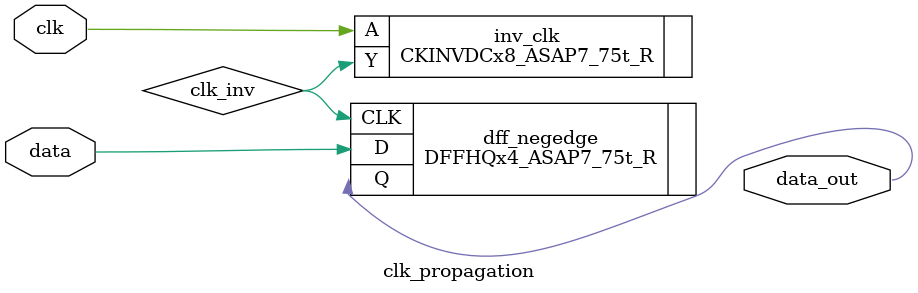
<source format=v>
module clk_propagation(
	input  wire clk,
	input  wire data,
	output wire data_out
);

	wire clk_inv;

	// Invert clock
	CKINVDCx8_ASAP7_75t_R inv_clk (
		.A(clk),
		.Y(clk_inv)
	);

	// Posedge DFF uses inverted clock for negedge functionality
	DFFHQx4_ASAP7_75t_R dff_negedge (
		.CLK(clk_inv),
		.D(data),
		.Q(data_out)
	);

endmodule
</source>
